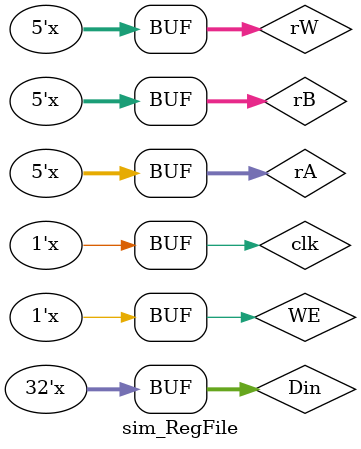
<source format=v>
`timescale 1ns / 1ps


module sim_RegFile();
    reg clk, WE;
    reg[4:0] rA, rB, rW;
    reg[31:0] Din;
    wire[31:0] R1, R2;
    initial begin
        clk = 0;
        WE = 1;
        rA = 0;
		rB = 0;
		rW = 0;
		Din = 0;
    end
	always#1 clk = ~clk;
	always#2 rA = rA+1;
	always#2 rB = rB+1;
	always#2 rW = rW+1;
	always#2 Din = Din+1;
	always#64 WE = ~WE;
	 
	RegFile sim_RegFile(clk, rA, rB, rW, Din, WE, R1, R2);
endmodule

</source>
